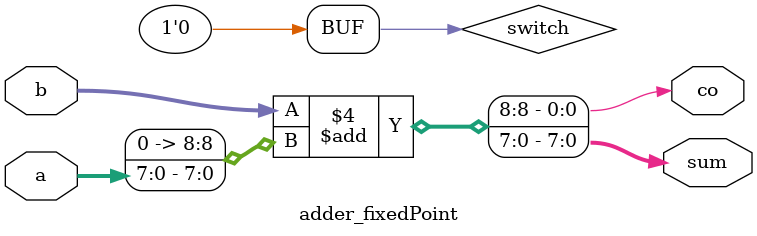
<source format=sv>
module adder_fixedPoint #(
    parameter n1 = 4,
    n2 = 4,
    m1 = 4,
    m2 = 4
) (
    a,
    b,
    sum,
    co
);
  input [n1+m1-1:0] a;
  input [n2+m2-1:0] b;

  localparam maxn = (n1 > n2) ? n1 : n2;
  localparam maxm = (m1 > m2) ? m1 : m2;
  logic switch = m1 > m2;

  output logic [maxn+maxm-1:0] sum;
  output logic co;

  assign {co, sum} = switch ? (a + (b << (m1 - m2))) : (b + (a << (m2 - m1)));

endmodule




</source>
